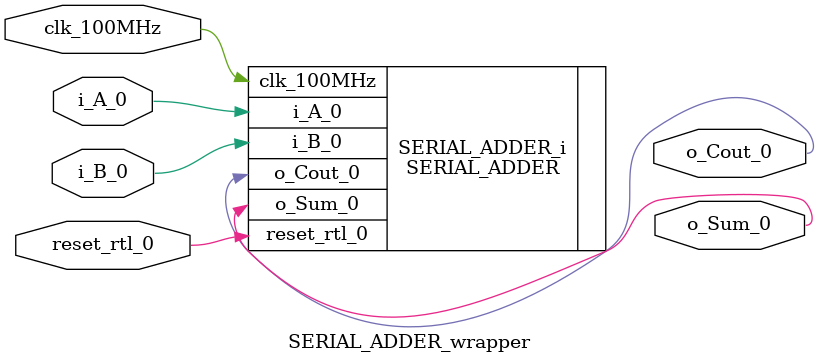
<source format=v>
`timescale 1 ps / 1 ps

module SERIAL_ADDER_wrapper
   (clk_100MHz,
    i_A_0,
    i_B_0,
    o_Cout_0,
    o_Sum_0,
    reset_rtl_0);
  input clk_100MHz;
  input i_A_0;
  input i_B_0;
  output o_Cout_0;
  output o_Sum_0;
  input reset_rtl_0;

  wire clk_100MHz;
  wire i_A_0;
  wire i_B_0;
  wire o_Cout_0;
  wire o_Sum_0;
  wire reset_rtl_0;

  SERIAL_ADDER SERIAL_ADDER_i
       (.clk_100MHz(clk_100MHz),
        .i_A_0(i_A_0),
        .i_B_0(i_B_0),
        .o_Cout_0(o_Cout_0),
        .o_Sum_0(o_Sum_0),
        .reset_rtl_0(reset_rtl_0));
endmodule

</source>
